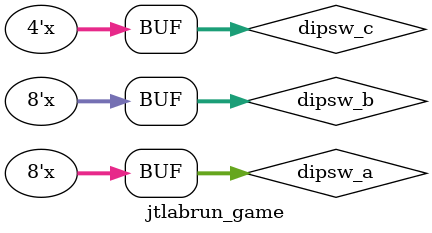
<source format=v>

/*  This file is part of JTCORES.
    JTCORES program is free software: you can redistribute it and/or modify
    it under the terms of the GNU General Public License as published by
    the Free Software Foundation, either version 3 of the License, or
    (at your option) any later version.

    JTCORES program is distributed in the hope that it will be useful,
    but WITHOUT ANY WARRANTY; without even the implied warranty of
    MERCHANTABILITY or FITNESS FOR A PARTICULAR PURPOSE.  See the
    GNU General Public License for more details.

    You should have received a copy of the GNU General Public License
    along with JTCORES.  If not, see <http://www.gnu.org/licenses/>.

    Author: Jose Tejada Gomez. Twitter: @topapate
    Version: 1.0
    Date: 3-10-2020 */

module jtlabrun_game(
    `include "jtframe_game_ports.inc" // see $JTFRAME/hdl/inc/jtframe_game_ports.inc
);

wire        gfx2_cs;

wire [ 7:0] dipsw_a, dipsw_b;
wire [ 3:0] dipsw_c;

wire [13:0] cpu_addr;
wire        gfx_irqn, gfx_ramcs, pal_cs;
wire        cpu_cen, cpu_rnw, cpu_irqn, cpu_nmin;
wire [ 7:0] gfx_dout, pal_dout, cpu_dout, st_video;

assign { dipsw_c, dipsw_b, dipsw_a } = dipsw[19:0];
assign debug_view = st_video;

always @* begin
    post_addr = prog_addr;
    if( prog_addr<'h8000 )
        post_addr[14] = ~post_addr[14];
end

`ifdef GFX_ONLY
jtlabrun_simloader u_simloader(
    .rst        ( rst24         ),
    .clk        ( clk24         ),
    .cpu_cen    ( cpu_cen       ),
    // GFX
    .cpu_addr   ( cpu_addr      ),
    .cpu_dout   ( cpu_dout      ),
    .cpu_rnw    ( cpu_rnw       ),
    .gfx_cs     ( gfx_ramcs     ),
    .pal_cs     ( pal_cs        )
);
`else
`ifndef NOMAIN
jtlabrun_main u_main(
    .clk            ( clk24         ),        // 24 MHz
    .rst            ( rst24         ),
    .cen12          ( cen12         ),
    .cen3           ( cen3          ),
    .cpu_cen        ( cpu_cen       ),
    // ROM
    .rom_addr       ( main_addr     ),
    .rom_cs         ( main_cs       ),
    .rom_data       ( main_data     ),
    .rom_ok         ( main_ok       ),
    // cabinet I/O
    .cab_1p         ( cab_1p[1:0]   ),
    .coin           ( coin[1:0]     ),
    .joystick1      ( joystick1     ),
    .joystick2      ( joystick2     ),
    .service        ( service       ),
    // GFX
    .gfx_addr       ( cpu_addr      ),
    .cpu_dout       ( cpu_dout      ),
    .cpu_rnw        ( cpu_rnw       ),
    .gfx_irqn       ( cpu_irqn      ),
    .gfx_nmin       ( cpu_nmin      ),
    .gfx_cs         ( gfx_ramcs     ),
    .pal_cs         ( pal_cs        ),

    .gfx_dout       ( gfx_dout      ),
    .pal_dout       ( pal_dout      ),

    // DIP switches
    .dip_pause      ( dip_pause     ),
    .dipsw_a        ( dipsw_a       ),
    .dipsw_b        ( dipsw_b       ),
    .dipsw_c        ( dipsw_c       ),
    // Sound
    .fm0            ( fm0           ),
    .fm1            ( fm1           ),
    .psg0           ( psg0          ),
    .psg1           ( psg1          )
);
`else
assign main_cs = 0;
`endif
`endif

`ifndef NOVIDEO
jtlabrun_video u_video (
    .rst            ( rst           ),
    .clk            ( clk           ),
    .clk24          ( clk24         ),
    .pxl2_cen       ( pxl2_cen      ),
    .pxl_cen        ( pxl_cen       ),
    .LHBL           ( LHBL          ),
    .LVBL           ( LVBL          ),
    .HS             ( HS            ),
    .VS             ( VS            ),
    .flip           ( dip_flip      ),
    .dip_pause      ( dip_pause     ),
    .cab_1p   ( &cab_1p ),
    // PROMs
    .prom_we        ( prom_we       ),
    .prog_addr      ( prog_addr[8:0]),
    .prog_data      ( prog_data[3:0]),
    // GFX - CPU interface
    .cpu_irqn       ( cpu_irqn      ),
    .cpu_nmin       ( cpu_nmin      ),
    .gfx_cs         ( gfx_ramcs     ),
    .pal_cs         ( pal_cs        ),
    .cpu_rnw        ( cpu_rnw       ),
    .cpu_cen        ( cpu_cen       ),
    .cpu_addr       ( cpu_addr      ),
    .cpu_dout       ( cpu_dout      ),
    .gfx_dout       ( gfx_dout      ),
    .pal_dout       ( pal_dout      ),
    // SDRAM
    .gfx_addr       (  gfx_addr     ),
    .gfx_data       (  gfx_data     ),
    .gfx_ok         (  gfx_ok       ),
    .gfx_romcs      (  gfx_cs       ),
    // pixels
    .red            ( red           ),
    .green          ( green         ),
    .blue           ( blue          ),
    // Test
    .gfx_en         ( gfx_en        ),
    .debug_bus      ( debug_bus     ),
    .st_dout        ( st_video      )
);
`endif

endmodule

</source>
